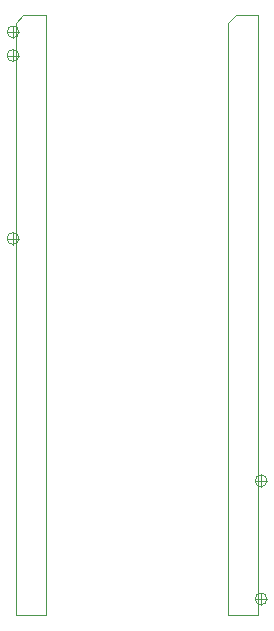
<source format=gbr>
%TF.GenerationSoftware,KiCad,Pcbnew,9.0.6-9.0.6~ubuntu22.04.1*%
%TF.CreationDate,2026-01-23T17:03:56+00:00*%
%TF.ProjectId,mm_raspberry_pi_pico,6d6d5f72-6173-4706-9265-7272795f7069,v0.1*%
%TF.SameCoordinates,PX8d24d00PY37ca3a0*%
%TF.FileFunction,AssemblyDrawing,Top*%
%FSLAX45Y45*%
G04 Gerber Fmt 4.5, Leading zero omitted, Abs format (unit mm)*
G04 Created by KiCad (PCBNEW 9.0.6-9.0.6~ubuntu22.04.1) date 2026-01-23 17:03:56*
%MOMM*%
%LPD*%
G01*
G04 APERTURE LIST*
%ADD10C,0.100000*%
G04 APERTURE END LIST*
D10*
%TO.C,GS4*%
X-1100000Y2200000D02*
X-1000000Y2200000D01*
X-1050000Y2250000D02*
X-1050000Y2150000D01*
X-1000000Y2200000D02*
G75*
G02*
X-1100000Y2200000I-50000J0D01*
G01*
X-1100000Y2200000D02*
G75*
G02*
X-1000000Y2200000I50000J0D01*
G01*
%TO.C,GS2*%
X1000000Y-2400000D02*
X1100000Y-2400000D01*
X1050000Y-2350000D02*
X1050000Y-2450000D01*
X1100000Y-2400000D02*
G75*
G02*
X1000000Y-2400000I-50000J0D01*
G01*
X1000000Y-2400000D02*
G75*
G02*
X1100000Y-2400000I50000J0D01*
G01*
%TO.C,GS1*%
X1000000Y-1400000D02*
X1100000Y-1400000D01*
X1050000Y-1350000D02*
X1050000Y-1450000D01*
X1100000Y-1400000D02*
G75*
G02*
X1000000Y-1400000I-50000J0D01*
G01*
X1000000Y-1400000D02*
G75*
G02*
X1100000Y-1400000I50000J0D01*
G01*
%TO.C,J1*%
X-773000Y-2540000D02*
X-1027000Y-2540000D01*
X-1027000Y2476500D01*
X-963500Y2540000D01*
X-773000Y2540000D01*
X-773000Y-2540000D01*
%TO.C,GS3*%
X-1100000Y2400000D02*
X-1000000Y2400000D01*
X-1050000Y2450000D02*
X-1050000Y2350000D01*
X-1000000Y2400000D02*
G75*
G02*
X-1100000Y2400000I-50000J0D01*
G01*
X-1100000Y2400000D02*
G75*
G02*
X-1000000Y2400000I50000J0D01*
G01*
%TO.C,J2*%
X1027000Y-2540000D02*
X773000Y-2540000D01*
X773000Y2476500D01*
X836500Y2540000D01*
X1027000Y2540000D01*
X1027000Y-2540000D01*
%TO.C,GS5*%
X-1100000Y650000D02*
X-1000000Y650000D01*
X-1050000Y700000D02*
X-1050000Y600000D01*
X-1000000Y650000D02*
G75*
G02*
X-1100000Y650000I-50000J0D01*
G01*
X-1100000Y650000D02*
G75*
G02*
X-1000000Y650000I50000J0D01*
G01*
%TD*%
M02*

</source>
